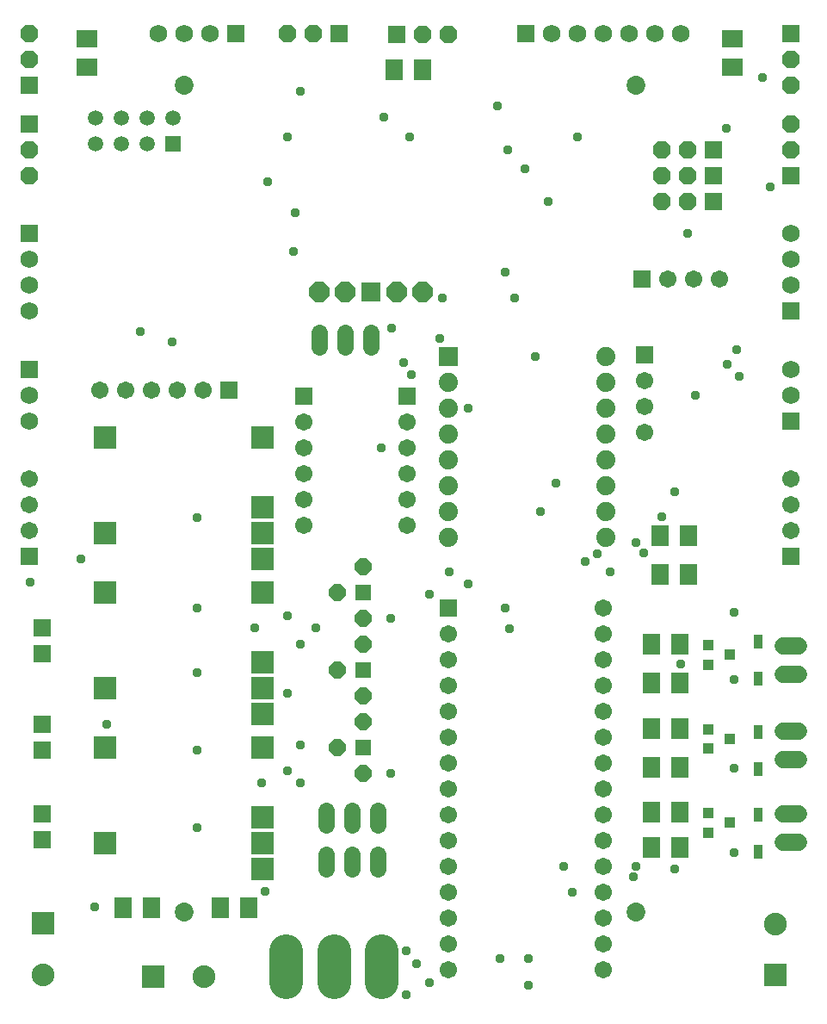
<source format=gbr>
G04 EAGLE Gerber RS-274X export*
G75*
%MOMM*%
%FSLAX34Y34*%
%LPD*%
%INSoldermask Top*%
%IPPOS*%
%AMOC8*
5,1,8,0,0,1.08239X$1,22.5*%
G01*
%ADD10C,1.854200*%
%ADD11R,1.711200X1.711200*%
%ADD12C,1.711200*%
%ADD13R,1.103200X1.003200*%
%ADD14R,1.803200X2.003200*%
%ADD15C,1.727200*%
%ADD16R,1.727200X1.727200*%
%ADD17P,1.869504X8X292.500000*%
%ADD18P,1.869504X8X22.500000*%
%ADD19P,1.869504X8X202.500000*%
%ADD20P,2.144431X8X112.500000*%
%ADD21R,1.981200X1.981200*%
%ADD22P,1.759533X8X112.500000*%
%ADD23R,1.625600X1.625600*%
%ADD24R,1.879600X1.879600*%
%ADD25C,1.879600*%
%ADD26R,2.203200X2.203200*%
%ADD27C,1.625600*%
%ADD28R,1.511200X1.511200*%
%ADD29C,1.511200*%
%ADD30R,2.003200X1.803200*%
%ADD31R,0.903200X1.403200*%
%ADD32C,1.727200*%
%ADD33R,2.235200X2.235200*%
%ADD34C,2.235200*%
%ADD35P,1.869504X8X112.500000*%
%ADD36C,3.302000*%
%ADD37C,0.959600*%


D10*
X177800Y914400D03*
X177800Y101600D03*
X622300Y914400D03*
X622300Y101600D03*
D11*
X438150Y400050D03*
D12*
X438150Y374650D03*
X438150Y349250D03*
X438150Y323850D03*
X438150Y298450D03*
X438150Y273050D03*
X438150Y247650D03*
X438150Y222250D03*
X438150Y196850D03*
X438150Y171450D03*
X438150Y146050D03*
X438150Y120650D03*
X590550Y400050D03*
X590550Y374650D03*
X590550Y349250D03*
X590550Y323850D03*
X590550Y298450D03*
X590550Y273050D03*
X590550Y222250D03*
X590550Y196850D03*
X590550Y146050D03*
X590550Y120650D03*
X590550Y171450D03*
X590550Y247650D03*
X438150Y95250D03*
X438150Y69850D03*
X438150Y44450D03*
X590550Y95250D03*
X590550Y69850D03*
X590550Y44450D03*
D13*
X693580Y198730D03*
X693580Y179730D03*
X714580Y189230D03*
D14*
X637510Y199390D03*
X665510Y199390D03*
X637510Y165100D03*
X665510Y165100D03*
D15*
X767080Y170180D02*
X782320Y170180D01*
X782320Y198120D02*
X767080Y198120D01*
D13*
X693580Y281280D03*
X693580Y262280D03*
X714580Y271780D03*
D14*
X637510Y281940D03*
X665510Y281940D03*
X637510Y243840D03*
X665510Y243840D03*
D15*
X767080Y251460D02*
X782320Y251460D01*
X782320Y279400D02*
X767080Y279400D01*
D13*
X693580Y363830D03*
X693580Y344830D03*
X714580Y354330D03*
D14*
X637510Y364490D03*
X665510Y364490D03*
X637510Y326390D03*
X665510Y326390D03*
D15*
X767080Y335280D02*
X782320Y335280D01*
X782320Y363220D02*
X767080Y363220D01*
D16*
X330200Y965200D03*
D17*
X304800Y965200D03*
X279400Y965200D03*
D16*
X25400Y876300D03*
D18*
X25400Y850900D03*
X25400Y825500D03*
D16*
X774700Y825500D03*
D19*
X774700Y850900D03*
X774700Y876300D03*
D20*
X387350Y711200D03*
X412750Y711200D03*
D21*
X361950Y711200D03*
D20*
X336550Y711200D03*
X311150Y711200D03*
D12*
X196850Y614680D03*
D11*
X222250Y614680D03*
D12*
X171450Y614680D03*
X146050Y614680D03*
X120650Y614680D03*
X95250Y614680D03*
D22*
X354330Y389890D03*
D23*
X354330Y415290D03*
D22*
X354330Y440690D03*
X328930Y415290D03*
X354330Y313690D03*
D23*
X354330Y339090D03*
D22*
X354330Y364490D03*
X328930Y339090D03*
X354330Y237490D03*
D23*
X354330Y262890D03*
D22*
X354330Y288290D03*
X328930Y262890D03*
D24*
X438150Y647700D03*
D25*
X593090Y647700D03*
X438150Y622300D03*
X438150Y596900D03*
X438150Y571500D03*
X438150Y546100D03*
X438150Y520700D03*
X438150Y495300D03*
X438150Y469900D03*
X593090Y622300D03*
X593090Y596900D03*
X593090Y571500D03*
X593090Y546100D03*
X593090Y520700D03*
X593090Y495300D03*
X593090Y469900D03*
D26*
X255270Y473710D03*
X255270Y567690D03*
X100330Y567690D03*
X100330Y473710D03*
X255270Y499110D03*
X255270Y448310D03*
X255270Y168910D03*
X255270Y262890D03*
X100330Y262890D03*
X100330Y168910D03*
X255270Y194310D03*
X255270Y143510D03*
D14*
X241330Y105410D03*
X213330Y105410D03*
X146080Y105410D03*
X118080Y105410D03*
D27*
X317500Y187198D02*
X317500Y201422D01*
X342900Y201422D02*
X342900Y187198D01*
X368300Y187198D02*
X368300Y201422D01*
D28*
X166520Y856475D03*
D29*
X90320Y856475D03*
X141120Y856475D03*
X115720Y856475D03*
X115720Y881875D03*
X141120Y881875D03*
X166520Y881875D03*
X90320Y881875D03*
D11*
X397510Y608330D03*
D12*
X397510Y582930D03*
X397510Y557530D03*
X397510Y532130D03*
X397510Y506730D03*
X397510Y481330D03*
D11*
X295910Y608330D03*
D12*
X295910Y582930D03*
X295910Y557530D03*
X295910Y532130D03*
X295910Y506730D03*
X295910Y481330D03*
D11*
X25400Y450850D03*
D12*
X25400Y476250D03*
X25400Y501650D03*
X25400Y527050D03*
D11*
X631190Y648970D03*
D12*
X631190Y623570D03*
X631190Y598170D03*
X631190Y572770D03*
D11*
X774700Y450850D03*
D12*
X774700Y476250D03*
X774700Y501650D03*
X774700Y527050D03*
D14*
X646400Y471170D03*
X674400Y471170D03*
X646400Y433070D03*
X674400Y433070D03*
D16*
X698500Y850900D03*
D17*
X673100Y850900D03*
X647700Y850900D03*
D16*
X698500Y825500D03*
D17*
X673100Y825500D03*
X647700Y825500D03*
D16*
X698500Y800100D03*
D17*
X673100Y800100D03*
X647700Y800100D03*
D30*
X82550Y960150D03*
X82550Y932150D03*
D14*
X384780Y929640D03*
X412780Y929640D03*
D30*
X717550Y960150D03*
X717550Y932150D03*
D27*
X317500Y158242D02*
X317500Y144018D01*
X342900Y144018D02*
X342900Y158242D01*
X368300Y158242D02*
X368300Y144018D01*
D31*
X742950Y330750D03*
X742950Y367750D03*
X742950Y241850D03*
X742950Y278850D03*
X742950Y160570D03*
X742950Y197570D03*
D11*
X628650Y723900D03*
D12*
X654050Y723900D03*
X679450Y723900D03*
X704850Y723900D03*
D32*
X774700Y635000D03*
X774700Y609600D03*
D16*
X774700Y584200D03*
D32*
X25400Y584200D03*
X25400Y609600D03*
D16*
X25400Y635000D03*
X25400Y768350D03*
D32*
X25400Y742950D03*
X25400Y717550D03*
X25400Y692150D03*
D16*
X228600Y965200D03*
D32*
X203200Y965200D03*
X177800Y965200D03*
X152400Y965200D03*
D16*
X774700Y692150D03*
D32*
X774700Y717550D03*
X774700Y742950D03*
X774700Y768350D03*
D33*
X147320Y38100D03*
D34*
X197320Y38100D03*
D33*
X39370Y90170D03*
D34*
X39370Y40170D03*
D33*
X759460Y39370D03*
D34*
X759460Y89370D03*
D16*
X514350Y965200D03*
D32*
X539750Y965200D03*
X565150Y965200D03*
X590550Y965200D03*
X615950Y965200D03*
X641350Y965200D03*
X666750Y965200D03*
D26*
X255270Y321310D03*
X255270Y415290D03*
X100330Y415290D03*
X100330Y321310D03*
X255270Y346710D03*
X255270Y295910D03*
D27*
X311150Y657098D02*
X311150Y671322D01*
X336550Y671322D02*
X336550Y657098D01*
X361950Y657098D02*
X361950Y671322D01*
D16*
X38100Y172720D03*
X38100Y198120D03*
X38100Y260350D03*
X38100Y285750D03*
X38100Y355600D03*
X38100Y381000D03*
X387350Y963930D03*
D35*
X412750Y963930D03*
X438150Y963930D03*
D16*
X25400Y914400D03*
D19*
X25400Y939800D03*
X25400Y965200D03*
D16*
X774700Y965200D03*
D18*
X774700Y939800D03*
X774700Y914400D03*
D36*
X278130Y63754D02*
X278130Y32766D01*
X325120Y32766D02*
X325120Y63754D01*
X372110Y63754D02*
X372110Y32766D01*
D37*
X488950Y55880D03*
X419100Y31750D03*
X382270Y675640D03*
X76200Y448310D03*
X26642Y425450D03*
X673100Y768350D03*
X666750Y345440D03*
X457200Y596900D03*
X90170Y106680D03*
X254000Y228600D03*
X292100Y228600D03*
X374650Y882650D03*
X260350Y819150D03*
X101600Y285750D03*
X381000Y237490D03*
X431800Y704850D03*
X429260Y665480D03*
X381000Y389890D03*
X372110Y557530D03*
X247650Y381000D03*
X307340Y381000D03*
X292100Y364490D03*
X292100Y265430D03*
X438376Y435610D03*
X596900Y435610D03*
X718820Y396240D03*
X718820Y160020D03*
X718820Y242570D03*
X718820Y330200D03*
X494030Y400050D03*
X493804Y730250D03*
X497840Y379730D03*
X503146Y704850D03*
X457200Y423954D03*
X680720Y609600D03*
X285750Y750570D03*
X287020Y788670D03*
X619986Y136116D03*
X279400Y863600D03*
X486410Y894080D03*
X622752Y146050D03*
X496570Y850900D03*
X513080Y831850D03*
X754380Y814070D03*
X710974Y872264D03*
X523240Y647700D03*
X528320Y495300D03*
X535940Y800100D03*
X660400Y143510D03*
X543560Y523240D03*
X406400Y50800D03*
X559844Y120650D03*
X551180Y146050D03*
X723900Y628452D03*
X292100Y908050D03*
X746760Y922020D03*
X712470Y639854D03*
X565150Y863600D03*
X400050Y863600D03*
X572770Y445770D03*
X629920Y454660D03*
X401320Y629920D03*
X584200Y453390D03*
X660400Y514350D03*
X622300Y464820D03*
X647700Y489994D03*
X393700Y641350D03*
X721360Y654050D03*
X396240Y20292D03*
X396240Y63500D03*
X516890Y55880D03*
X516890Y29210D03*
X279400Y316230D03*
X279400Y240030D03*
X279400Y392430D03*
X419326Y414020D03*
X257810Y121920D03*
X190500Y184150D03*
X190500Y260350D03*
X190500Y336550D03*
X190500Y400050D03*
X190500Y488950D03*
X134620Y671830D03*
X166370Y661670D03*
M02*

</source>
